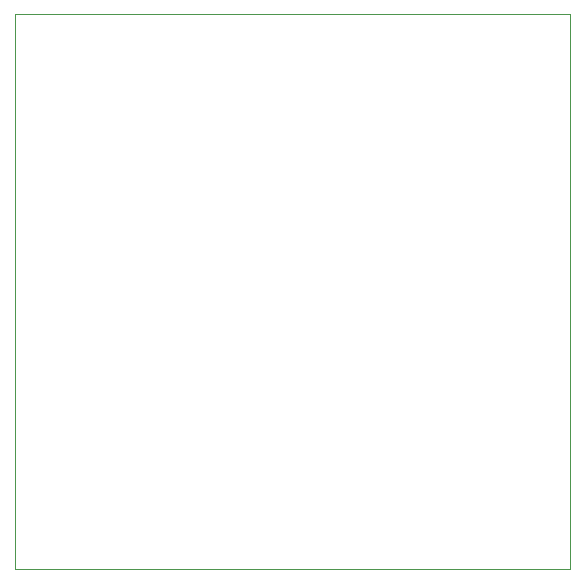
<source format=gm1>
G04 #@! TF.GenerationSoftware,KiCad,Pcbnew,(6.0.10-0)*
G04 #@! TF.CreationDate,2023-01-21T11:18:59-08:00*
G04 #@! TF.ProjectId,timer,74696d65-722e-46b6-9963-61645f706362,rev?*
G04 #@! TF.SameCoordinates,Original*
G04 #@! TF.FileFunction,Profile,NP*
%FSLAX46Y46*%
G04 Gerber Fmt 4.6, Leading zero omitted, Abs format (unit mm)*
G04 Created by KiCad (PCBNEW (6.0.10-0)) date 2023-01-21 11:18:59*
%MOMM*%
%LPD*%
G01*
G04 APERTURE LIST*
G04 #@! TA.AperFunction,Profile*
%ADD10C,0.100000*%
G04 #@! TD*
G04 APERTURE END LIST*
D10*
X121920000Y-69215000D02*
X168910000Y-69215000D01*
X168910000Y-69215000D02*
X168910000Y-116205000D01*
X168910000Y-116205000D02*
X121920000Y-116205000D01*
X121920000Y-116205000D02*
X121920000Y-69215000D01*
M02*

</source>
